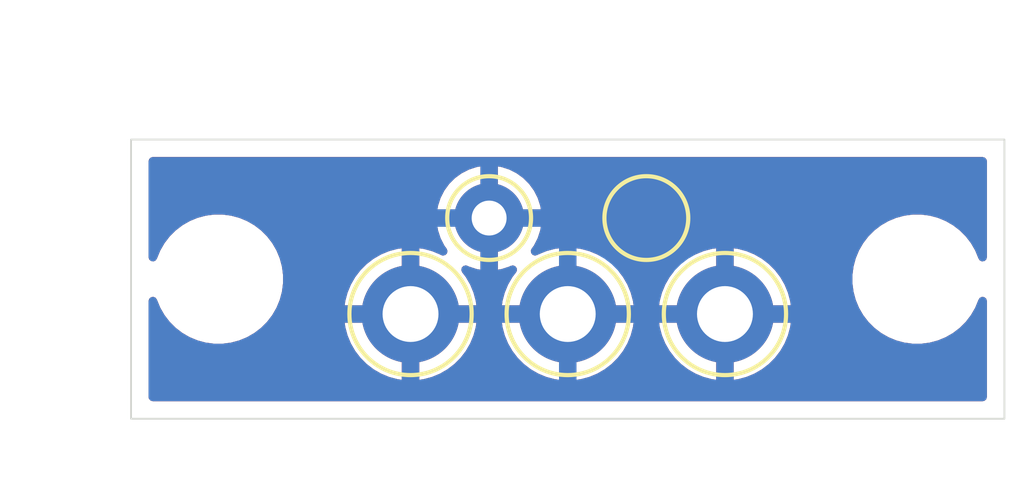
<source format=kicad_pcb>
(kicad_pcb (version 20241229) (generator "pcbnew") (generator_version "9.0")
  (layers (0 "F.Cu" signal) (2 "B.Cu" signal) (13 "F.Paste" user) (15 "B.Paste" user) (5 "F.SilkS" user "F.Silkscreen") (7 "B.SilkS" user "B.Silkscreen") (1 "F.Mask" user) (3 "B.Mask" user) (25 "Edge.Cuts" user))
  (net 0 "")
  (net 1 "GND")
  (footprint "TestPoint:TestPoint_Keystone_5010-5014_Multipurpose" (layer "F.Cu") (at 62.5 56)
    (property "Reference" "TP2" (hide yes))
    (property "Value" "Keystone")
    (fp_circle (center 0 0) (end 1.75 0) (stroke (width 0.12)) (fill no) (layer "F.SilkS"))
    (pad "1" thru_hole circle (at 0 0) (size 2.8 2.8) (drill 1.6) (layers "*.Cu" "*.Mask") (net 1 "GND"))
  )
  (footprint "TestPoint:TestPoint_Keystone_5010-5014_Multipurpose" (layer "F.Cu") (at 58 56)
    (property "Reference" "TP1" (hide yes))
    (property "Value" "Keystone")
    (fp_circle (center 0 0) (end 1.75 0) (stroke (width 0.12)) (fill no) (layer "F.SilkS"))
    (pad "1" thru_hole circle (at 0 0) (size 2.8 2.8) (drill 1.6) (layers "*.Cu" "*.Mask") (net 1 "GND"))
  )
  (footprint "TestPoint:TestPoint_THTPad_D2.0mm_Drill1.0mm" (layer "F.Cu") (at 60.25 53.25)
    (property "Reference" "TP4" (hide yes))
    (property "Value" "THT Pad")
    (fp_circle (center 0 0) (end 0 1.2) (stroke (width 0.12)) (fill no) (layer "F.SilkS"))
    (pad "1" thru_hole circle (at 0 0) (size 2 2) (drill 1) (layers "*.Cu" "*.Mask") (net 1 "GND"))
  )
  (footprint "MountingHole:MountingHole_3.2mm_M3_DIN965" (layer "F.Cu") (at 52.5 55)
    (property "Reference" "H1" (hide yes))
    (property "Value" "M3")
    (pad "" np_thru_hole circle (at 0 0) (size 3.2 3.2) (drill 3.2) (layers "*.Cu" "*.Mask"))
  )
  (footprint "MountingHole:MountingHole_3.2mm_M3_DIN965" (layer "F.Cu") (at 72.5 55)
    (property "Reference" "H2" (hide yes))
    (property "Value" "M3")
    (pad "" np_thru_hole circle (at 0 0) (size 3.2 3.2) (drill 3.2) (layers "*.Cu" "*.Mask"))
  )
  (footprint "TestPoint:TestPoint_Pad_D2.0mm" (layer "F.Cu") (at 64.75 53.25)
    (property "Reference" "TP5" (hide yes))
    (property "Value" "SMT Pad")
    (fp_circle (center 0 0) (end 0 1.2) (stroke (width 0.12)) (fill no) (layer "F.SilkS"))
    (pad "1" smd circle (at 0 0) (size 2 2) (layers "F.Cu" "F.Mask") (net 1 "GND"))
  )
  (footprint "TestPoint:TestPoint_Keystone_5010-5014_Multipurpose" (layer "F.Cu") (at 67 56)
    (property "Reference" "TP3" (hide yes))
    (property "Value" "Keystone")
    (fp_circle (center 0 0) (end 1.75 0) (stroke (width 0.12)) (fill no) (layer "F.SilkS"))
    (pad "1" thru_hole circle (at 0 0) (size 2.8 2.8) (drill 1.6) (layers "*.Cu" "*.Mask") (net 1 "GND"))
  )
  (gr_rect (start 50 51) (end 75 59) (stroke (width 0.05)) (fill no) (layer "Edge.Cuts"))
  (zone (net 1) (net_name "GND") (layers "F.Cu" "B.Cu") (connect_pads (clearance 0.5)) (min_thickness 0.25) (fill yes (thermal_gap 0.5) (thermal_bridge_width 0.5))
    (polygon (pts (xy 50 51) (xy 50 59) (xy 75 59) (xy 75 51)))
  )
)
</source>
